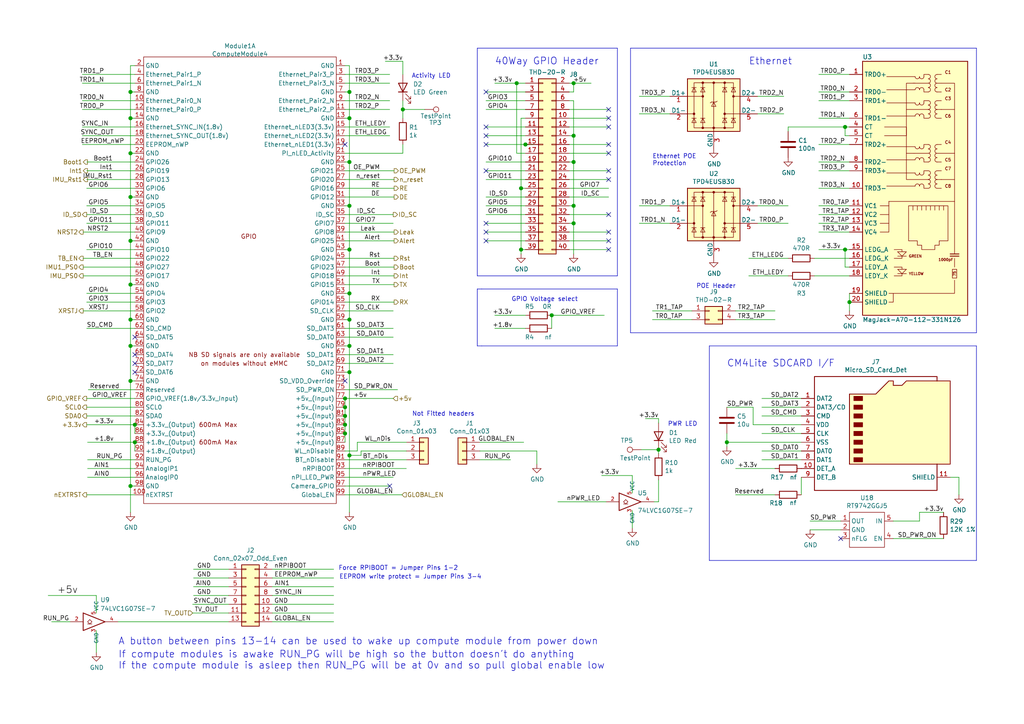
<source format=kicad_sch>
(kicad_sch (version 20231120) (generator "eeschema") (generator_version "8.0")
  (paper "A4")
  (title_block (title "Compute Module 4 IO Board - GPIO - Ethernet") (rev "1") (company "© 2020-2022 Raspberry Pi Ltd (formerly Raspberry Pi (Trading) Ltd.)") (comment 1 "www.raspberrypi.com"))
  (junction (at 37.846 92.71) (diameter 1.016))
  (junction (at 101.346 132.08) (diameter 1.016))
  (junction (at 166.37 39.37) (diameter 1.016))
  (junction (at 101.346 59.69) (diameter 1.016))
  (junction (at 151.13 54.61) (diameter 1.016))
  (junction (at 166.37 24.13) (diameter 1.016))
  (junction (at 101.346 46.99) (diameter 1.016))
  (junction (at 160.02 91.44) (diameter 1.016))
  (junction (at 101.346 72.39) (diameter 1.016))
  (junction (at 246.38 87.63) (diameter 1.016))
  (junction (at 101.346 26.67) (diameter 1.016))
  (junction (at 245.11 36.83) (diameter 1.016))
  (junction (at 151.13 72.39) (diameter 1.016))
  (junction (at 100.076 125.73) (diameter 1.016))
  (junction (at 101.346 85.09) (diameter 1.016))
  (junction (at 166.37 64.77) (diameter 1.016))
  (junction (at 37.846 69.85) (diameter 1.016))
  (junction (at 37.846 26.67) (diameter 1.016))
  (junction (at 100.076 120.65) (diameter 1.016))
  (junction (at 245.11 72.39) (diameter 1.016))
  (junction (at 37.846 100.33) (diameter 1.016))
  (junction (at 37.846 44.45) (diameter 1.016))
  (junction (at 39.116 123.19) (diameter 1.016))
  (junction (at 116.84 31.75) (diameter 1.016))
  (junction (at 101.346 107.95) (diameter 1.016))
  (junction (at 101.346 34.29) (diameter 1.016))
  (junction (at 149.86 24.13) (diameter 1.016))
  (junction (at 166.37 46.99) (diameter 1.016))
  (junction (at 191.008 130.429) (diameter 1.016))
  (junction (at 210.82 128.27) (diameter 1.016))
  (junction (at 101.346 92.71) (diameter 1.016))
  (junction (at 100.076 115.57) (diameter 1.016))
  (junction (at 100.076 123.19) (diameter 1.016))
  (junction (at 101.346 100.33) (diameter 1.016))
  (junction (at 37.846 82.55) (diameter 1.016))
  (junction (at 166.37 59.69) (diameter 1.016))
  (junction (at 39.116 128.27) (diameter 1.016))
  (junction (at 37.846 110.49) (diameter 1.016))
  (junction (at 37.846 34.29) (diameter 1.016))
  (junction (at 37.846 57.15) (diameter 1.016))
  (junction (at 37.846 140.97) (diameter 1.016))
  (junction (at 152.4 41.91) (diameter 1.016))
  (junction (at 100.076 118.11) (diameter 1.016))
  (no_connect (at 140.97 67.31))
  (no_connect (at 113.03 140.97))
  (no_connect (at 176.53 67.31))
  (no_connect (at 176.53 49.53))
  (no_connect (at 140.97 39.37))
  (no_connect (at 243.84 156.21))
  (no_connect (at 176.53 62.23))
  (no_connect (at 176.53 72.39))
  (no_connect (at 176.53 41.91))
  (no_connect (at 100.076 110.49))
  (no_connect (at 140.97 69.85))
  (no_connect (at 140.97 49.53))
  (no_connect (at 176.53 31.75))
  (no_connect (at 140.97 26.67))
  (no_connect (at 140.97 41.91))
  (no_connect (at 140.97 64.77))
  (no_connect (at 39.116 97.79))
  (no_connect (at 176.53 34.29))
  (no_connect (at 176.53 36.83))
  (no_connect (at 176.53 52.07))
  (no_connect (at 100.076 41.91))
  (no_connect (at 176.53 69.85))
  (no_connect (at 140.97 36.83))
  (no_connect (at 39.116 107.95))
  (no_connect (at 176.53 44.45))
  (no_connect (at 39.116 105.41))
  (no_connect (at 39.116 102.87))
  (wire (pts (xy 25.146 118.11) (xy 39.116 118.11)))
  (wire (pts (xy 23.876 36.83) (xy 39.116 36.83)))
  (wire (pts (xy 37.846 57.15) (xy 39.116 57.15)))
  (wire (pts (xy 78.994 175.26) (xy 96.774 175.26)))
  (wire (pts (xy 166.37 64.77) (xy 166.37 73.66)))
  (wire (pts (xy 100.076 44.45) (xy 116.84 44.45)))
  (wire (pts (xy 140.97 39.37) (xy 152.4 39.37)))
  (wire (pts (xy 237.49 21.59) (xy 246.38 21.59)))
  (wire (pts (xy 166.37 29.21) (xy 166.37 39.37)))
  (wire (pts (xy 78.994 170.18) (xy 96.774 170.18)))
  (wire (pts (xy 56.134 167.64) (xy 66.294 167.64)))
  (wire (pts (xy 101.346 132.08) (xy 101.346 148.59)))
  (wire (pts (xy 100.076 21.59) (xy 113.03 21.59)))
  (polyline (pts (xy 179.07 100.33) (xy 139.7 100.33)) (stroke (width 0) (type solid)))
  (wire (pts (xy 237.49 34.29) (xy 246.38 34.29)))
  (wire (pts (xy 245.11 72.39) (xy 246.38 72.39)))
  (wire (pts (xy 101.346 46.99) (xy 101.346 59.69)))
  (wire (pts (xy 37.846 44.45) (xy 37.846 57.15)))
  (polyline (pts (xy 283.21 13.97) (xy 283.21 96.52)) (stroke (width 0) (type solid)))
  (wire (pts (xy 140.97 52.07) (xy 152.4 52.07)))
  (wire (pts (xy 100.076 85.09) (xy 101.346 85.09)))
  (wire (pts (xy 56.134 170.18) (xy 66.294 170.18)))
  (wire (pts (xy 143.51 95.25) (xy 152.4 95.25)))
  (wire (pts (xy 140.97 64.77) (xy 152.4 64.77)))
  (polyline (pts (xy 139.7 83.82) (xy 138.43 83.82)) (stroke (width 0) (type solid)))
  (wire (pts (xy 183.388 137.922) (xy 174.498 137.922)))
  (wire (pts (xy 166.37 64.77) (xy 166.37 59.69)))
  (wire (pts (xy 27.94 172.72) (xy 27.94 177.8)))
  (wire (pts (xy 25.4 138.43) (xy 39.116 138.43)))
  (wire (pts (xy 24.13 90.17) (xy 39.116 90.17)))
  (wire (pts (xy 100.076 80.01) (xy 114.3 80.01)))
  (wire (pts (xy 228.6 38.1) (xy 228.6 36.83)))
  (wire (pts (xy 103.632 128.27) (xy 117.856 128.27)))
  (wire (pts (xy 100.076 34.29) (xy 101.346 34.29)))
  (wire (pts (xy 140.97 31.75) (xy 152.4 31.75)))
  (polyline (pts (xy 205.74 162.56) (xy 205.74 100.33)) (stroke (width 0) (type solid)))
  (wire (pts (xy 139.192 133.35) (xy 148.082 133.35)))
  (wire (pts (xy 25.146 115.57) (xy 39.116 115.57)))
  (wire (pts (xy 100.076 52.07) (xy 114.3 52.07)))
  (wire (pts (xy 140.97 62.23) (xy 152.4 62.23)))
  (wire (pts (xy 101.346 85.09) (xy 101.346 92.71)))
  (wire (pts (xy 166.37 46.99) (xy 165.1 46.99)))
  (wire (pts (xy 37.846 19.05) (xy 37.846 26.67)))
  (wire (pts (xy 100.076 36.83) (xy 113.03 36.83)))
  (wire (pts (xy 25.146 59.69) (xy 39.116 59.69)))
  (wire (pts (xy 100.076 140.97) (xy 113.03 140.97)))
  (wire (pts (xy 166.37 39.37) (xy 165.1 39.37)))
  (wire (pts (xy 100.076 87.63) (xy 114.3 87.63)))
  (wire (pts (xy 56.134 172.72) (xy 66.294 172.72)))
  (wire (pts (xy 100.076 133.35) (xy 117.856 133.35)))
  (wire (pts (xy 78.994 172.72) (xy 96.774 172.72)))
  (wire (pts (xy 37.846 69.85) (xy 39.116 69.85)))
  (wire (pts (xy 100.076 19.05) (xy 101.346 19.05)))
  (wire (pts (xy 140.97 29.21) (xy 152.4 29.21)))
  (wire (pts (xy 25.4 133.35) (xy 39.116 133.35)))
  (wire (pts (xy 100.076 67.31) (xy 114.3 67.31)))
  (wire (pts (xy 100.076 107.95) (xy 101.346 107.95)))
  (wire (pts (xy 236.22 74.93) (xy 246.38 74.93)))
  (wire (pts (xy 23.876 39.37) (xy 39.116 39.37)))
  (wire (pts (xy 237.49 59.69) (xy 246.38 59.69)))
  (polyline (pts (xy 179.07 13.97) (xy 138.43 13.97)) (stroke (width 0) (type solid)))
  (wire (pts (xy 213.36 135.89) (xy 224.79 135.89)))
  (wire (pts (xy 100.076 46.99) (xy 101.346 46.99)))
  (wire (pts (xy 100.076 138.43) (xy 114.046 138.43)))
  (wire (pts (xy 101.346 132.08) (xy 104.7242 132.08)))
  (wire (pts (xy 100.076 26.67) (xy 101.346 26.67)))
  (wire (pts (xy 236.22 80.01) (xy 246.38 80.01)))
  (wire (pts (xy 143.51 24.13) (xy 149.86 24.13)))
  (wire (pts (xy 165.1 24.13) (xy 166.37 24.13)))
  (wire (pts (xy 266.7 148.59) (xy 266.7 151.13)))
  (wire (pts (xy 100.076 24.13) (xy 113.03 24.13)))
  (wire (pts (xy 39.116 19.05) (xy 37.846 19.05)))
  (wire (pts (xy 191.008 121.412) (xy 187.198 121.412)))
  (wire (pts (xy 25.4 128.27) (xy 39.116 128.27)))
  (wire (pts (xy 100.076 120.65) (xy 100.076 123.19)))
  (wire (pts (xy 34.29 180.34) (xy 66.294 180.34)))
  (wire (pts (xy 243.84 151.13) (xy 234.95 151.13)))
  (wire (pts (xy 100.076 82.55) (xy 114.3 82.55)))
  (wire (pts (xy 39.116 128.27) (xy 39.37 128.27)))
  (wire (pts (xy 39.116 140.97) (xy 37.846 140.97)))
  (wire (pts (xy 218.44 123.19) (xy 218.44 118.11)))
  (wire (pts (xy 25.146 46.99) (xy 39.116 46.99)))
  (wire (pts (xy 25.146 120.65) (xy 39.116 120.65)))
  (wire (pts (xy 213.36 90.17) (xy 224.79 90.17)))
  (wire (pts (xy 13.97 172.72) (xy 27.94 172.72)))
  (wire (pts (xy 194.31 64.77) (xy 185.42 64.77)))
  (wire (pts (xy 140.97 49.53) (xy 152.4 49.53)))
  (wire (pts (xy 165.1 36.83) (xy 176.53 36.83)))
  (wire (pts (xy 213.36 92.71) (xy 224.79 92.71)))
  (wire (pts (xy 232.41 138.43) (xy 232.41 143.51)))
  (wire (pts (xy 100.076 115.57) (xy 114.046 115.57)))
  (wire (pts (xy 78.994 180.34) (xy 96.774 180.34)))
  (wire (pts (xy 101.346 92.71) (xy 101.346 100.33)))
  (wire (pts (xy 37.846 82.55) (xy 39.116 82.55)))
  (wire (pts (xy 160.02 91.44) (xy 160.02 95.25)))
  (wire (pts (xy 165.1 29.21) (xy 166.37 29.21)))
  (wire (pts (xy 100.076 62.23) (xy 114.046 62.23)))
  (wire (pts (xy 101.346 72.39) (xy 101.346 85.09)))
  (wire (pts (xy 25.146 54.61) (xy 39.116 54.61)))
  (wire (pts (xy 100.076 69.85) (xy 114.3 69.85)))
  (wire (pts (xy 24.13 74.93) (xy 39.116 74.93)))
  (wire (pts (xy 151.13 34.29) (xy 151.13 54.61)))
  (polyline (pts (xy 179.07 13.97) (xy 179.07 80.01)) (stroke (width 0) (type solid)))
  (wire (pts (xy 191.008 122.682) (xy 191.008 121.412)))
  (wire (pts (xy 237.49 67.31) (xy 246.38 67.31)))
  (wire (pts (xy 37.846 92.71) (xy 39.116 92.71)))
  (wire (pts (xy 151.13 54.61) (xy 152.4 54.61)))
  (wire (pts (xy 56.134 165.1) (xy 66.294 165.1)))
  (wire (pts (xy 100.076 77.47) (xy 114.3 77.47)))
  (polyline (pts (xy 138.43 100.33) (xy 138.43 83.82)) (stroke (width 0) (type solid)))
  (wire (pts (xy 37.846 110.49) (xy 37.846 140.97)))
  (wire (pts (xy 237.49 62.23) (xy 246.38 62.23)))
  (wire (pts (xy 149.86 24.13) (xy 149.86 44.45)))
  (wire (pts (xy 245.11 77.47) (xy 245.11 72.39)))
  (polyline (pts (xy 179.07 83.82) (xy 179.07 100.33)) (stroke (width 0) (type solid)))
  (wire (pts (xy 246.38 85.09) (xy 246.38 87.63)))
  (wire (pts (xy 165.1 31.75) (xy 176.53 31.75)))
  (wire (pts (xy 100.076 125.73) (xy 100.076 128.27)))
  (wire (pts (xy 140.97 67.31) (xy 152.4 67.31)))
  (wire (pts (xy 25.146 62.23) (xy 39.116 62.23)))
  (wire (pts (xy 165.1 67.31) (xy 176.53 67.31)))
  (wire (pts (xy 114.046 90.17) (xy 100.076 90.17)))
  (wire (pts (xy 165.1 69.85) (xy 176.53 69.85)))
  (wire (pts (xy 100.076 59.69) (xy 101.346 59.69)))
  (wire (pts (xy 237.49 64.77) (xy 246.38 64.77)))
  (wire (pts (xy 25.146 52.07) (xy 39.116 52.07)))
  (wire (pts (xy 139.192 130.81) (xy 155.702 130.81)))
  (wire (pts (xy 100.076 118.11) (xy 100.076 120.65)))
  (wire (pts (xy 25.146 95.25) (xy 39.116 95.25)))
  (wire (pts (xy 165.1 54.61) (xy 176.53 54.61)))
  (wire (pts (xy 25.4 135.89) (xy 39.116 135.89)))
  (wire (pts (xy 183.388 148.082) (xy 183.388 153.162)))
  (wire (pts (xy 191.008 139.192) (xy 191.008 145.542)))
  (wire (pts (xy 160.02 91.44) (xy 175.26 91.44)))
  (wire (pts (xy 259.08 156.21) (xy 273.685 156.21)))
  (wire (pts (xy 100.076 29.21) (xy 113.03 29.21)))
  (wire (pts (xy 232.41 133.35) (xy 220.98 133.35)))
  (wire (pts (xy 100.076 123.19) (xy 100.076 125.73)))
  (wire (pts (xy 23.876 41.91) (xy 39.116 41.91)))
  (wire (pts (xy 23.876 21.59) (xy 39.116 21.59)))
  (wire (pts (xy 140.97 36.83) (xy 152.4 36.83)))
  (wire (pts (xy 165.1 49.53) (xy 176.53 49.53)))
  (wire (pts (xy 237.49 26.67) (xy 246.38 26.67)))
  (wire (pts (xy 100.076 31.75) (xy 113.03 31.75)))
  (wire (pts (xy 191.008 130.302) (xy 191.008 130.429)))
  (wire (pts (xy 165.1 57.15) (xy 176.53 57.15)))
  (wire (pts (xy 237.49 72.39) (xy 245.11 72.39)))
  (wire (pts (xy 151.13 54.61) (xy 151.13 72.39)))
  (wire (pts (xy 25.146 85.09) (xy 39.116 85.09)))
  (wire (pts (xy 25.146 49.53) (xy 39.116 49.53)))
  (wire (pts (xy 243.84 153.67) (xy 234.95 153.67)))
  (wire (pts (xy 219.71 59.69) (xy 228.6 59.69)))
  (wire (pts (xy 78.994 167.64) (xy 96.774 167.64)))
  (wire (pts (xy 220.98 115.57) (xy 232.41 115.57)))
  (wire (pts (xy 100.076 39.37) (xy 113.03 39.37)))
  (wire (pts (xy 228.6 36.83) (xy 245.11 36.83)))
  (wire (pts (xy 55.88 177.8) (xy 66.294 177.8)))
  (wire (pts (xy 37.846 100.33) (xy 39.116 100.33)))
  (wire (pts (xy 191.008 145.542) (xy 189.738 145.542)))
  (polyline (pts (xy 283.21 100.33) (xy 283.21 162.56)) (stroke (width 0) (type solid)))
  (wire (pts (xy 185.42 27.94) (xy 194.31 27.94)))
  (wire (pts (xy 166.37 39.37) (xy 166.37 46.99)))
  (wire (pts (xy 25.146 143.51) (xy 39.116 143.51)))
  (wire (pts (xy 165.1 34.29) (xy 176.53 34.29)))
  (wire (pts (xy 100.076 113.03) (xy 115.316 113.03)))
  (wire (pts (xy 278.13 138.43) (xy 278.13 143.51)))
  (wire (pts (xy 140.97 69.85) (xy 152.4 69.85)))
  (wire (pts (xy 78.994 165.1) (xy 96.774 165.1)))
  (wire (pts (xy 165.1 52.07) (xy 176.53 52.07)))
  (wire (pts (xy 100.076 64.77) (xy 114.046 64.77)))
  (wire (pts (xy 100.076 49.53) (xy 114.3 49.53)))
  (wire (pts (xy 140.97 26.67) (xy 152.4 26.67)))
  (wire (pts (xy 140.97 57.15) (xy 152.4 57.15)))
  (wire (pts (xy 213.36 143.51) (xy 224.79 143.51)))
  (wire (pts (xy 101.346 26.67) (xy 101.346 34.29)))
  (polyline (pts (xy 283.21 96.52) (xy 182.88 96.52)) (stroke (width 0) (type solid)))
  (wire (pts (xy 139.192 128.27) (xy 151.892 128.27)))
  (wire (pts (xy 39.116 125.73) (xy 39.116 123.19)))
  (wire (pts (xy 78.994 177.8) (xy 96.774 177.8)))
  (wire (pts (xy 237.49 41.91) (xy 246.38 41.91)))
  (wire (pts (xy 183.388 143.002) (xy 183.388 137.922)))
  (wire (pts (xy 24.13 67.31) (xy 39.116 67.31)))
  (polyline (pts (xy 139.7 83.82) (xy 179.07 83.82)) (stroke (width 0) (type solid)))
  (wire (pts (xy 116.84 31.75) (xy 116.84 29.21)))
  (wire (pts (xy 25.146 64.77) (xy 39.116 64.77)))
  (wire (pts (xy 217.17 80.01) (xy 228.6 80.01)))
  (wire (pts (xy 186.0042 130.429) (xy 191.008 130.429)))
  (wire (pts (xy 100.076 74.93) (xy 114.3 74.93)))
  (wire (pts (xy 273.685 148.59) (xy 266.7 148.59)))
  (wire (pts (xy 39.116 130.81) (xy 39.116 128.27)))
  (wire (pts (xy 101.346 59.69) (xy 101.346 72.39)))
  (wire (pts (xy 166.37 59.69) (xy 166.37 46.99)))
  (polyline (pts (xy 283.21 162.56) (xy 205.74 162.56)) (stroke (width 0) (type solid)))
  (wire (pts (xy 191.008 130.429) (xy 191.008 131.572)))
  (wire (pts (xy 116.84 21.59) (xy 116.84 17.78)))
  (wire (pts (xy 210.82 125.73) (xy 210.82 128.27)))
  (wire (pts (xy 219.71 33.02) (xy 227.33 33.02)))
  (wire (pts (xy 100.076 100.33) (xy 101.346 100.33)))
  (wire (pts (xy 100.076 143.51) (xy 116.586 143.51)))
  (wire (pts (xy 37.846 110.49) (xy 39.116 110.49)))
  (wire (pts (xy 220.98 130.81) (xy 232.41 130.81)))
  (wire (pts (xy 210.82 118.11) (xy 218.44 118.11)))
  (wire (pts (xy 166.37 24.13) (xy 171.45 24.13)))
  (wire (pts (xy 151.13 72.39) (xy 152.4 72.39)))
  (wire (pts (xy 37.846 44.45) (xy 39.116 44.45)))
  (polyline (pts (xy 182.88 96.52) (xy 182.88 13.97)) (stroke (width 0) (type solid)))
  (wire (pts (xy 100.076 115.57) (xy 100.076 118.11)))
  (wire (pts (xy 219.71 27.94) (xy 227.33 27.94)))
  (wire (pts (xy 166.37 26.67) (xy 166.37 24.13)))
  (wire (pts (xy 104.7242 132.08) (xy 104.7242 130.81)))
  (wire (pts (xy 217.17 74.93) (xy 228.6 74.93)))
  (wire (pts (xy 39.116 34.29) (xy 37.846 34.29)))
  (wire (pts (xy 101.346 34.29) (xy 101.346 46.99)))
  (wire (pts (xy 149.86 44.45) (xy 152.4 44.45)))
  (wire (pts (xy 55.88 175.26) (xy 66.294 175.26)))
  (wire (pts (xy 23.876 29.21) (xy 39.116 29.21)))
  (wire (pts (xy 24.13 77.47) (xy 39.116 77.47)))
  (wire (pts (xy 185.42 33.02) (xy 194.31 33.02)))
  (wire (pts (xy 140.97 59.69) (xy 152.4 59.69)))
  (wire (pts (xy 100.076 130.81) (xy 103.632 130.81)))
  (wire (pts (xy 37.846 34.29) (xy 37.846 44.45)))
  (wire (pts (xy 232.41 123.19) (xy 218.44 123.19)))
  (polyline (pts (xy 138.43 100.33) (xy 139.7 100.33)) (stroke (width 0) (type solid)))
  (wire (pts (xy 114.046 102.87) (xy 100.076 102.87)))
  (wire (pts (xy 152.4 34.29) (xy 151.13 34.29)))
  (wire (pts (xy 259.08 151.13) (xy 266.7 151.13)))
  (wire (pts (xy 100.076 57.15) (xy 114.3 57.15)))
  (wire (pts (xy 100.076 92.71) (xy 101.346 92.71)))
  (wire (pts (xy 39.116 26.67) (xy 37.846 26.67)))
  (wire (pts (xy 27.94 182.88) (xy 27.94 189.23)))
  (wire (pts (xy 37.846 82.55) (xy 37.846 92.71)))
  (wire (pts (xy 246.38 87.63) (xy 246.38 90.17)))
  (wire (pts (xy 25.6032 113.03) (xy 39.116 113.03)))
  (wire (pts (xy 165.1 64.77) (xy 166.37 64.77)))
  (polyline (pts (xy 205.74 100.33) (xy 283.21 100.33)) (stroke (width 0) (type solid)))
  (wire (pts (xy 111.76 17.78) (xy 116.84 17.78)))
  (wire (pts (xy 37.846 92.71) (xy 37.846 100.33)))
  (wire (pts (xy 246.38 77.47) (xy 245.11 77.47)))
  (polyline (pts (xy 138.43 80.01) (xy 179.07 80.01)) (stroke (width 0) (type solid)))
  (wire (pts (xy 37.846 100.33) (xy 37.846 110.49)))
  (wire (pts (xy 101.346 19.05) (xy 101.346 26.67)))
  (wire (pts (xy 37.846 140.97) (xy 37.846 148.59)))
  (wire (pts (xy 25.146 123.19) (xy 39.116 123.19)))
  (wire (pts (xy 237.49 54.61) (xy 246.38 54.61)))
  (wire (pts (xy 140.97 46.99) (xy 152.4 46.99)))
  (wire (pts (xy 185.42 59.69) (xy 194.31 59.69)))
  (wire (pts (xy 246.38 39.37) (xy 245.11 39.37)))
  (wire (pts (xy 140.97 41.91) (xy 152.4 41.91)))
  (wire (pts (xy 232.41 118.11) (xy 220.98 118.11)))
  (wire (pts (xy 161.798 145.542) (xy 175.768 145.542)))
  (wire (pts (xy 232.41 125.73) (xy 220.98 125.73)))
  (wire (pts (xy 103.632 130.81) (xy 103.632 128.27)))
  (wire (pts (xy 165.1 62.23) (xy 176.53 62.23)))
  (wire (pts (xy 245.11 39.37) (xy 245.11 36.83)))
  (wire (pts (xy 37.846 57.15) (xy 37.846 69.85)))
  (wire (pts (xy 275.59 138.43) (xy 278.13 138.43)))
  (wire (pts (xy 154.94 41.91) (xy 152.4 41.91)))
  (wire (pts (xy 165.1 59.69) (xy 166.37 59.69)))
  (wire (pts (xy 24.13 80.01) (xy 39.116 80.01)))
  (wire (pts (xy 100.076 97.79) (xy 114.046 97.79)))
  (wire (pts (xy 101.346 100.33) (xy 101.346 107.95)))
  (wire (pts (xy 155.702 130.81) (xy 155.702 134.62)))
  (wire (pts (xy 100.076 105.41) (xy 114.046 105.41)))
  (wire (pts (xy 165.1 41.91) (xy 176.53 41.91)))
  (wire (pts (xy 210.82 128.27) (xy 210.82 129.54)))
  (wire (pts (xy 23.876 24.13) (xy 39.116 24.13)))
  (wire (pts (xy 25.146 87.63) (xy 39.116 87.63)))
  (wire (pts (xy 114.046 95.25) (xy 100.076 95.25)))
  (wire (pts (xy 165.1 26.67) (xy 166.37 26.67)))
  (wire (pts (xy 143.51 91.44) (xy 152.4 91.44)))
  (wire (pts (xy 14.986 180.34) (xy 20.32 180.34)))
  (wire (pts (xy 189.23 90.17) (xy 200.66 90.17)))
  (wire (pts (xy 237.49 49.53) (xy 246.38 49.53)))
  (wire (pts (xy 100.076 135.89) (xy 117.856 135.89)))
  (wire (pts (xy 246.38 36.83) (xy 245.11 36.83)))
  (wire (pts (xy 123.19 31.75) (xy 116.84 31.75)))
  (wire (pts (xy 116.84 34.29) (xy 116.84 31.75)))
  (wire (pts (xy 151.13 72.39) (xy 151.13 73.66)))
  (wire (pts (xy 100.076 54.61) (xy 114.3 54.61)))
  (wire (pts (xy 220.98 120.65) (xy 232.41 120.65)))
  (wire (pts (xy 25.146 72.39) (xy 39.116 72.39)))
  (wire (pts (xy 210.82 128.27) (xy 232.41 128.27)))
  (wire (pts (xy 116.84 44.45) (xy 116.84 41.91)))
  (wire (pts (xy 165.1 44.45) (xy 176.53 44.45)))
  (polyline (pts (xy 138.43 13.97) (xy 138.43 80.01)) (stroke (width 0) (type solid)))
  (wire (pts (xy 101.346 107.95) (xy 101.346 132.08)))
  (wire (pts (xy 237.49 46.99) (xy 246.38 46.99)))
  (wire (pts (xy 219.71 64.77) (xy 228.6 64.77)))
  (wire (pts (xy 189.23 92.71) (xy 200.66 92.71)))
  (wire (pts (xy 104.7242 130.81) (xy 117.856 130.81)))
  (wire (pts (xy 23.876 31.75) (xy 39.116 31.75)))
  (wire (pts (xy 152.4 24.13) (xy 149.86 24.13)))
  (wire (pts (xy 37.846 69.85) (xy 37.846 82.55)))
  (wire (pts (xy 100.076 72.39) (xy 101.346 72.39)))
  (polyline (pts (xy 182.88 13.97) (xy 283.21 13.97)) (stroke (width 0) (type solid)))
  (wire (pts (xy 165.1 72.39) (xy 176.53 72.39)))
  (wire (pts (xy 237.49 29.21) (xy 246.38 29.21)))
  (wire (pts (xy 37.846 26.67) (xy 37.846 34.29)))
  (text "PWR LED" (at 193.675 123.825 0) (effects (font (size 1.27 1.27)) (justify left bottom)))
  (text "Ethernet POE\nProtection" (at 189.23 48.26 0) (effects (font (size 1.27 1.27)) (justify left bottom)))
  (text "40Way GPIO Header" (at 143.51 19.05 0) (effects (font (size 2.007 2.007)) (justify left bottom)))
  (text "CM4Lite SDCARD I/F" (at 210.82 106.68 0) (effects (font (size 2.007 2.007)) (justify left bottom)))
  (text "GPIO Voltage select\n" (at 167.64 87.63 0) (effects (font (size 1.27 1.27)) (justify right bottom)))
  (text "Ethernet" (at 217.17 19.05 0) (effects (font (size 2.0066 2.0066)) (justify left bottom)))
  (text "Activity LED" (at 119.38 22.86 0) (effects (font (size 1.27 1.27)) (justify left bottom)))
  (text "EEPROM write protect = Jumper Pins 3-4\n\n" (at 139.7 170.18 0) (effects (font (size 1.27 1.27)) (justify right bottom)))
  (text "Not Fitted headers" (at 137.668 120.904 0) (effects (font (size 1.27 1.27)) (justify right bottom)))
  (text "A button between pins 13-14 can be used to wake up compute module from power down\n\n" (at 34.29 190.5 0) (effects (font (size 2.007 2.007)) (justify left bottom)))
  (text "If compute modules is awake RUN_PG will be high so the button doesn't do anything\nIf the compute module is asleep then RUN_PG will be at 0v and so pull global enable low" (at 34.29 194.31 0) (effects (font (size 2.007 2.007)) (justify left bottom)))
  (text "Force RPIBOOT = Jumper Pins 1-2 \n" (at 133.858 165.608 0) (effects (font (size 1.27 1.27)) (justify right bottom)))
  (text "POE Header" (at 201.93 83.82 0) (effects (font (size 1.27 1.27)) (justify left bottom)))
  (label "TRD1_N" (at 193.04 64.77 180))
  (label "TRD2_P" (at 245.11 41.91 180))
  (label "DE" (at 110.236 57.15 180))
  (label "TRD2_N" (at 245.11 46.99 180))
  (label "ID_SD" (at 147.32 57.15 180))
  (label "Boot" (at 110.236 77.47 180))
  (label "TR2_TAP" (at 246.38 64.77 180))
  (label "SD_PWR_ON" (at 102.616 113.03 0))
  (label "ID_SC" (at 108.966 62.23 180))
  (label "TRD1_P" (at 245.11 29.21 180))
  (label "RX" (at 110.236 87.63 180))
  (label "TRD1_P" (at 30.226 21.59 180))
  (label "Reserved" (at 34.671 113.03 180))
  (label "SD_DAT3" (at 223.52 118.11 0))
  (label "SD_DAT3" (at 111.506 95.25 180))
  (label "+3.3v" (at 148.59 91.44 180))
  (label "SD_DAT0" (at 223.52 130.81 0))
  (label "SD_PWR" (at 234.95 151.13 0))
  (label "GPIO11" (at 148.59 52.07 180))
  (label "TR0_TAP" (at 198.0184 92.71 180))
  (label "nPWR_LED" (at 105.156 138.43 0))
  (label "GND" (at 83.566 175.26 180))
  (label "GPIO3" (at 147.32 29.21 180))
  (label "SD_PWR" (at 210.82 118.11 0))
  (label "+5v" (at 16.51 172.72 0) (effects (font (size 2.0066 2.0066))))
  (label "SD_DAT0" (at 111.506 97.79 180))
  (label "GPIO7" (at 173.99 54.61 180))
  (label "n_reset" (at 110.236 52.07 180))
  (label "SD_DAT1" (at 223.52 133.35 0))
  (label "BT_nDis" (at 112.6236 133.35 180))
  (label "SD_DAT2" (at 111.506 105.41 180))
  (label "EEPROM_nWP" (at 36.068 41.91 180))
  (label "TRD0_N" (at 227.33 59.69 180))
  (label "Leak" (at 108.966 67.31 180))
  (label "AIN0" (at 61.214 170.18 180))
  (label "Boot1" (at 32.766 46.99 180))
  (label "+3.3v" (at 219.71 135.89 180))
  (label "GPIO5" (at 147.32 59.69 180))
  (label "SYNC_IN" (at 31.496 36.83 180))
  (label "TRD3_N" (at 193.04 33.02 180))
  (label "SD_PWR_ON" (at 260.35 156.21 0))
  (label "TR1_TAP" (at 198.12 90.17 180))
  (label "Int" (at 110.236 80.01 180))
  (label "TX" (at 110.236 82.55 180))
  (label "TRD2_P" (at 102.87 31.75 0))
  (label "Alert" (at 110.236 69.85 180))
  (label "nRPIBOOT" (at 114.5032 135.89 180))
  (label "GPIO_VREF" (at 26.67 115.57 0))
  (label "GPIO6" (at 147.32 62.23 180))
  (label "GPIO6" (at 31.496 54.61 180))
  (label "TRD3_N" (at 102.87 24.13 0))
  (label "TR0_TAP" (at 246.38 59.69 180))
  (label "TRD0_P" (at 227.33 64.77 180))
  (label "AIN1" (at 84.074 170.18 180))
  (label "IMU_Rst1" (at 32.766 52.07 180))
  (label "TRD2_N" (at 227.33 27.94 180))
  (label "GPIO_VREF" (at 162.56 91.44 0))
  (label "TRD0_P" (at 245.11 21.59 180))
  (label "TRD2_P" (at 227.33 33.02 180))
  (label "ETH_LEDG" (at 227.33 74.93 180))
  (label "+3.3v" (at 191.008 121.412 180))
  (label "RE" (at 110.236 54.61 180))
  (label "AIN1" (at 31.75 135.89 180))
  (label "TRD3_N" (at 245.11 54.61 180))
  (label "SYNC_IN" (at 87.63 172.72 180))
  (label "TRD0_N" (at 30.226 29.21 180))
  (label "SD_CMD" (at 32.766 95.25 180))
  (label "GND" (at 61.214 165.1 180))
  (label "+5v" (at 170.18 24.13 180))
  (label "RUN_PG" (at 148.082 133.35 180))
  (label "TB_EN" (at 32.766 74.93 180))
  (label "SD_CLK" (at 223.52 125.73 0))
  (label "TRD1_N" (at 245.11 34.29 180))
  (label "Int1" (at 32.766 49.53 180))
  (label "+3.3v" (at 148.59 24.13 180))
  (label "GPIO4" (at 31.496 85.09 180))
  (label "TR2_TAP" (at 221.9198 90.17 180))
  (label "nPWR_LED" (at 164.338 145.542 0))
  (label "GPIO5" (at 31.496 59.69 180))
  (label "+3.3v" (at 33.02 123.19 180))
  (label "GPIO10" (at 148.59 46.99 180))
  (label "+5v" (at 106.426 115.57 180))
  (label "SYNC_OUT" (at 33.02 39.37 180))
  (label "GND" (at 61.214 167.64 180))
  (label "EEPROM_nWP" (at 92.202 167.64 180))
  (label "SYNC_OUT" (at 65.786 175.26 180))
  (label "GLOBAL_EN" (at 114.046 143.51 180))
  (label "+3.3v" (at 273.685 148.59 180))
  (label "GLOBAL_EN" (at 90.17 180.34 180))
  (label "GLOBAL_EN" (at 149.352 128.27 180))
  (label "GPIO11" (at 32.766 64.77 180))
  (label "+1.8v" (at 33.02 128.27 180))
  (label "GND" (at 61.214 172.72 180))
  (label "TV_OUT" (at 63.246 177.8 180))
  (label "RUN_PG" (at 35.56 133.35 180))
  (label "TRD3_P" (at 245.11 49.53 180))
  (label "TRD3_P" (at 102.87 21.59 0))
  (label "GPIO7" (at 108.966 64.77 180))
  (label "SD_DAT1" (at 111.506 102.87 180))
  (label "ID_SC" (at 173.99 57.15 180))
  (label "TRD1_N" (at 30.226 24.13 180))
  (label "ETH_LEDG" (at 102.87 39.37 0))
  (label "TR1_TAP" (at 246.38 62.23 180))
  (label "+3.3v" (at 116.84 17.78 180))
  (label "ETH_LEDY" (at 102.87 36.83 0))
  (label "+3.3v" (at 243.84 72.39 180))
  (label "GND" (at 83.566 177.8 180))
  (label "GPIO3" (at 31.496 87.63 180))
  (label "XRSTJ" (at 31.496 90.17 180))
  (label "WL_nDis" (at 113.411 128.27 180))
  (label "ID_SD" (at 31.496 62.23 180))
  (label "TRD2_N" (at 102.87 29.21 0))
  (label "NRST2" (at 31.496 67.31 180))
  (label "TR3_TAP" (at 221.8944 92.71 180))
  (label "nRPIBOOT" (at 88.9 165.1 180))
  (label "+3.3v" (at 179.578 137.922 180))
  (label "TRD3_P" (at 193.04 27.94 180))
  (label "SD_CLK" (at 110.236 90.17 180))
  (label "Rst" (at 110.236 74.93 180))
  (label "+1.8v" (at 148.59 95.25 180))
  (label "SD_CMD" (at 223.52 120.65 0))
  (label "GPIO4" (at 147.32 31.75 180))
  (label "RUN_PG" (at 20.066 180.34 180))
  (label "TRD1_P" (at 193.04 59.69 180))
  (label "TRD0_N" (at 245.11 26.67 180))
  (label "GPIO10" (at 32.766 72.39 180))
  (label "OE_PWM" (at 110.236 49.53 180))
  (label "TRD0_P" (at 30.226 31.75 180))
  (label "ETH_LEDY" (at 227.33 80.01 180))
  (label "AIN0" (at 31.75 138.43 180))
  (label "SD_DAT2" (at 223.52 115.57 0))
  (label "Reserved" (at 221.615 143.51 180))
  (label "TR3_TAP" (at 246.38 67.31 180))
  (hierarchical_label "+5v" (shape input) (at 114.046 115.57 0))
  (hierarchical_label "GLOBAL_EN" (shape input) (at 116.586 143.51 0))
  (hierarchical_label "NRST2" (shape output) (at 24.13 67.31 180))
  (hierarchical_label "ID_SC" (shape output) (at 114.046 62.23 0))
  (hierarchical_label "RE" (shape output) (at 114.3 54.61 0))
  (hierarchical_label "Leak" (shape output) (at 114.3 67.31 0))
  (hierarchical_label "OE_PWM" (shape output) (at 114.3 49.53 0))
  (hierarchical_label "IMU1_PS0" (shape output) (at 24.13 77.47 180))
  (hierarchical_label "XRSTJ" (shape output) (at 24.13 90.17 180))
  (hierarchical_label "TX" (shape output) (at 114.3 82.55 0))
  (hierarchical_label "n_reset" (shape output) (at 114.3 52.07 0))
  (hierarchical_label "RX" (shape output) (at 114.3 87.63 0))
  (hierarchical_label "Int" (shape output) (at 114.3 80.01 0))
  (hierarchical_label "TB_EN" (shape output) (at 24.13 74.93 180))
  (hierarchical_label "Rst" (shape output) (at 114.3 74.93 0))
  (hierarchical_label "TV_OUT" (shape input) (at 55.88 177.8 180))
  (hierarchical_label "IMU_PS0" (shape output) (at 24.13 80.01 180))
  (hierarchical_label "Int1" (shape output) (at 25.4 49.53 180))
  (hierarchical_label "SCL0" (shape output) (at 25.146 118.11 180))
  (hierarchical_label "ID_SD" (shape output) (at 25.146 62.23 180))
  (hierarchical_label "GPIO_VREF" (shape output) (at 25.146 115.57 180))
  (hierarchical_label "SDA0" (shape output) (at 25.146 120.65 180))
  (hierarchical_label "Boot" (shape output) (at 114.3 77.47 0))
  (hierarchical_label "Alert" (shape output) (at 114.3 69.85 0))
  (hierarchical_label "nEXTRST" (shape output) (at 25.146 143.51 180))
  (hierarchical_label "Boot1" (shape output) (at 25.4 46.99 180))
  (hierarchical_label "IMU_Rst1" (shape output) (at 25.4 52.07 180))
  (hierarchical_label "DE" (shape output) (at 114.3 57.15 0))
  (hierarchical_label "+3.3v" (shape output) (at 25.146 123.19 180))
  (symbol (lib_id "CM4IO:74LVC1G07_copy") (at 183.388 145.542 0) (unit 1)
    (property "Reference" "U5" (at 184.912 143.002 0) (effects (justify left)))
    (property "Value" "74LVC1G07SE-7" (at 184.912 148.082 0) (effects (justify left)))
    (property "Footprint" "Package_TO_SOT_SMD:SOT-353_SC-70-5" (effects (hide yes)))
    (property "Datasheet" "https://www.diodes.com/assets/Datasheets/74LVC1G07.pdf" (effects (hide yes)))
    (property "Field4" "Farnell" (effects (hide yes)))
    (property "Field5" "2425492" (effects (hide yes)))
    (property "Field6" "74LVC1G07SE-7" (effects (hide yes)))
    (property "Field7" "Diodes" (effects (hide yes)))
    (property "Part Description" "Buffer, Non-Inverting 1 Element 1 Bit per Element Open Drain Output SOT-353" (effects (hide yes)))
  )
  (symbol (lib_id "CM4IO:74LVC1G07_copy") (at 27.94 180.34 0) (unit 1)
    (property "Reference" "U9" (at 30.48 173.99 0))
    (property "Value" "74LVC1G07SE-7" (at 37.084 176.53 0))
    (property "Footprint" "Package_TO_SOT_SMD:SOT-353_SC-70-5" (effects (hide yes)))
    (property "Datasheet" "https://www.diodes.com/assets/Datasheets/74LVC1G07.pdf" (effects (hide yes)))
    (property "Field4" "Farnell" (effects (hide yes)))
    (property "Field5" "2425492" (effects (hide yes)))
    (property "Field6" "74LVC1G07SE-7" (effects (hide yes)))
    (property "Field7" "Diodes" (effects (hide yes)))
    (property "Part Description" "Buffer, Non-Inverting 1 Element 1 Bit per Element Open Drain Output SOT-353" (effects (hide yes)))
  )
  (symbol (lib_id "power:GND") (at 27.94 189.23 0) (unit 1)
    (property "Reference" "#PWR027" (effects (hide yes)))
    (property "Value" "GND" (at 28.067 193.6242 0))
  )
  (symbol (lib_id "CM4IO:RT9742GGJ5") (at 252.73 161.29 0) (unit 1)
    (property "Reference" "U18" (at 251.46 144.399 0))
    (property "Value" "RT9742GGJ5" (at 251.46 146.7104 0))
    (property "Footprint" "Package_TO_SOT_SMD:SOT-23-5" (effects (hide yes)))
    (property "Datasheet" "https://www.richtek.com/assets/product_file/RT9742/DS9742-00.pdf" (effects (hide yes)))
    (property "Field4" "Farnell" (effects (hide yes)))
    (property "Field5" "	2545875" (effects (hide yes)))
    (property "Field6" "RT9742GGJ5" (effects (hide yes)))
    (property "Field7" "RichTek" (effects (hide yes)))
    (property "Field8" "USWI00166" (effects (hide yes)))
    (property "Part Description" "	Power Switch/Driver 1:1 N-Channel 1A TSOT-23-5" (effects (hide yes)))
  )
  (symbol (lib_id "power:GND") (at 234.95 153.67 0) (unit 1)
    (property "Reference" "#PWR0113" (effects (hide yes)))
    (property "Value" "GND" (at 235.077 158.0642 0))
  )
  (symbol (lib_id "CM4IO:ComputeModule4-CM4") (at 72.136 74.93 0) (unit 1)
    (property "Reference" "Module1" (at 69.596 13.335 0))
    (property "Value" "ComputeModule4" (at 69.596 15.6464 0))
    (property "Footprint" "CM4IO:Raspberry-Pi-4-Compute-Module" (effects (hide yes)))
    (property "Field4" "Hirose" (effects (hide yes)))
    (property "Field5" "2off DF40C-100DS-0.4V" (effects (hide yes)))
    (property "Field6" "2off DF40C-100DS-0.4V" (effects (hide yes)))
    (property "Field7" "Hirose" (effects (hide yes)))
    (property "Part Description" "	100 Position Connector Receptacle, Center Strip Contacts Surface Mount Gold" (effects (hide yes)))
  )
  (symbol (lib_id "CM4IO:MagJack-A70-112-331N126") (at 267.97 92.71 0) (unit 1)
    (property "Reference" "U3" (at 250.19 16.51 0) (effects (justify left)))
    (property "Value" "MagJack-A70-112-331N126" (at 250.19 92.71 0) (effects (justify left)))
    (property "Footprint" "CM4IO:TRJG0926HENL" (effects (hide yes)))
    (property "Datasheet" "https://p.globalsources.com/IMAGES/PDT/SPEC/690/K1160305690.pdf" (effects (hide yes)))
    (property "Field6" "TRJG0926HENL" (effects (hide yes)))
    (property "Field7" "Trxcon" (effects (hide yes)))
    (property "Field8" "UCON00900" (effects (hide yes)))
    (property "Part Description" "Gigabit Ethernet Magjack" (effects (hide yes)))
  )
  (symbol (lib_id "Device:C") (at 228.6 41.91 0) (unit 1)
    (property "Reference" "C1" (at 231.521 40.7416 0) (effects (justify left)))
    (property "Value" "100n" (at 231.521 43.053 0) (effects (justify left)))
    (property "Footprint" "Capacitor_SMD:C_0402_1005Metric" (effects (hide yes)))
    (property "Datasheet" "https://search.murata.co.jp/Ceramy/image/img/A01X/G101/ENG/GRM155R71C104KA88-01.pdf" (effects (hide yes)))
    (property "Field4" "Farnell" (effects (hide yes)))
    (property "Field5" "2611911" (effects (hide yes)))
    (property "Field6" "RM EMK105 B7104KV-F" (effects (hide yes)))
    (property "Field7" "TAIYO YUDEN EUROPE GMBH" (effects (hide yes)))
    (property "Part Description" "	0.1uF 10% 16V Ceramic Capacitor X7R 0402 (1005 Metric)" (effects (hide yes)))
    (property "Field8" "110091611" (effects (hide yes)))
  )
  (symbol (lib_id "power:GND") (at 228.6 45.72 0) (unit 1)
    (property "Reference" "#PWR0101" (effects (hide yes)))
    (property "Value" "GND" (at 228.727 50.1142 0))
  )
  (symbol (lib_id "Connector_Generic:Conn_02x02_Odd_Even") (at 205.74 90.17 0) (unit 1)
    (property "Reference" "J9" (at 207.01 84.6582 0))
    (property "Value" "THD-02-R" (at 207.01 86.9696 0))
    (property "Footprint" "Connector_PinHeader_2.54mm:PinHeader_2x02_P2.54mm_Vertical" (effects (hide yes)))
    (property "Datasheet" "https://www.toby.co.uk/uploads/publications/1673.pdf" (effects (hide yes)))
    (property "Field4" "Toby" (effects (hide yes)))
    (property "Field5" "THD-02-R" (effects (hide yes)))
    (property "Field6" "151-604-425-761" (effects (hide yes)))
    (property "Field7" "EDAC" (effects (hide yes)))
    (property "Field8" "UCON00791" (effects (hide yes)))
    (property "Part Description" "PinHeader_2x02_P2.54mm_Vertical" (effects (hide yes)))
  )
  (symbol (lib_id "Connector_Generic:Conn_02x20_Odd_Even") (at 157.48 46.99 0) (unit 1)
    (property "Reference" "J8" (at 166.37 21.59 0))
    (property "Value" "THD-20-R" (at 158.75 20.9296 0))
    (property "Footprint" "Connector_PinHeader_2.54mm:PinHeader_2x20_P2.54mm_Vertical" (effects (hide yes)))
    (property "Datasheet" "https://www.toby.co.uk/uploads/publications/1673.pdf" (effects (hide yes)))
    (property "Field4" "Toby" (effects (hide yes)))
    (property "Field5" "THD-20-R" (effects (hide yes)))
    (property "Field6" "THD-20-R" (effects (hide yes)))
    (property "Field7" "Toby" (effects (hide yes)))
    (property "Field8" "UCON00511" (effects (hide yes)))
    (property "Part Description" "PinHeader_2x20_P2.54mm_Vertical" (effects (hide yes)))
  )
  (symbol (lib_id "Device:C") (at 210.82 121.92 0) (unit 1)
    (property "Reference" "C5" (at 213.741 120.7516 0) (effects (justify left)))
    (property "Value" "10u" (at 213.741 123.063 0) (effects (justify left)))
    (property "Footprint" "Capacitor_SMD:C_0805_2012Metric" (effects (hide yes)))
    (property "Datasheet" "https://search.murata.co.jp/Ceramy/image/img/A01X/G101/ENG/GRM21BR71A106KA73-01.pdf" (effects (hide yes)))
    (property "Field5" "490-14381-1-ND" (effects (hide yes)))
    (property "Field4" "Digikey" (effects (hide yes)))
    (property "Field6" "GRM21BR71A106KA73L" (effects (hide yes)))
    (property "Field7" "Murata" (effects (hide yes)))
    (property "Part Description" "	10uF 10% 10V Ceramic Capacitor X7R 0805 (2012 Metric)" (effects (hide yes)))
    (property "Field8" "111893011" (effects (hide yes)))
  )
  (symbol (lib_id "power:GND") (at 166.37 73.66 0) (unit 1)
    (property "Reference" "#PWR0102" (effects (hide yes)))
    (property "Value" "GND" (at 166.497 78.0542 0))
  )
  (symbol (lib_id "power:GND") (at 151.13 73.66 0) (unit 1)
    (property "Reference" "#PWR0103" (effects (hide yes)))
    (property "Value" "GND" (at 151.257 78.0542 0))
  )
  (symbol (lib_id "Device:R") (at 232.41 74.93 270) (unit 1)
    (property "Reference" "R2" (at 232.41 69.6722 90))
    (property "Value" "470R" (at 232.41 71.9836 90))
    (property "Footprint" "Resistor_SMD:R_0402_1005Metric" (effects (hide yes)))
    (property "Datasheet" "https://fscdn.rohm.com/en/products/databook/datasheet/passive/resistor/chip_resistor/mcr-e.pdf" (effects (hide yes)))
    (property "Field4" "Farnell" (effects (hide yes)))
    (property "Field5" "9239197" (effects (hide yes)))
    (property "Field7" "KOA EUROPE GMBH" (effects (hide yes)))
    (property "Field6" "RK73G1ETQTP4700D         " (effects (hide yes)))
    (property "Field8" "120887981" (effects (hide yes)))
    (property "Part Description" "Resistor 470R M1005 1% 63mW" (effects (hide yes)))
  )
  (symbol (lib_id "Device:R") (at 232.41 80.01 270) (unit 1)
    (property "Reference" "R3" (at 232.41 85.09 90))
    (property "Value" "470R" (at 232.41 82.55 90))
    (property "Footprint" "Resistor_SMD:R_0402_1005Metric" (effects (hide yes)))
    (property "Datasheet" "https://fscdn.rohm.com/en/products/databook/datasheet/passive/resistor/chip_resistor/mcr-e.pdf" (effects (hide yes)))
    (property "Field4" "Farnell" (effects (hide yes)))
    (property "Field5" "9239197" (effects (hide yes)))
    (property "Field7" "KOA EUROPE GMBH" (effects (hide yes)))
    (property "Field6" "RK73G1ETQTP4700D         " (effects (hide yes)))
    (property "Field8" "120887981" (effects (hide yes)))
    (property "Part Description" "Resistor 470R M1005 1% 63mW" (effects (hide yes)))
  )
  (symbol (lib_id "power:GND") (at 37.846 148.59 0) (unit 1)
    (property "Reference" "#PWR0104" (effects (hide yes)))
    (property "Value" "GND" (at 37.973 152.9842 0))
  )
  (symbol (lib_id "power:GND") (at 101.346 148.59 0) (unit 1)
    (property "Reference" "#PWR0105" (effects (hide yes)))
    (property "Value" "GND" (at 101.473 152.9842 0))
  )
  (symbol (lib_id "Device:LED") (at 116.84 25.4 90) (unit 1)
    (property "Reference" "D2" (at 119.8118 24.4094 90) (effects (justify right)))
    (property "Value" "LED Green" (at 119.8118 26.7208 90) (effects (justify right)))
    (property "Footprint" "LED_SMD:LED_0603_1608Metric" (effects (hide yes)))
    (property "Datasheet" "http://optoelectronics.liteon.com/upload/download/DS22-2000-226/LTST-S270KGKT.pdf" (effects (hide yes)))
    (property "Field4" "Digikey " (effects (hide yes)))
    (property "Field5" "LTST-S270KGKT" (effects (hide yes)))
    (property "Field6" "SML-A12M8TT86N" (effects (hide yes)))
    (property "Field7" "Rohm" (effects (hide yes)))
    (property "Field8" "650263301" (effects (hide yes)))
    (property "Part Description" "	Green 572nm LED Indication - Discrete 2.2V 2-SMD, No Lead" (effects (hide yes)))
  )
  (symbol (lib_id "Device:R") (at 116.84 38.1 0) (unit 1)
    (property "Reference" "R1" (at 118.618 36.9316 0) (effects (justify left)))
    (property "Value" "1k" (at 118.618 39.243 0) (effects (justify left)))
    (property "Footprint" "Resistor_SMD:R_0402_1005Metric" (effects (hide yes)))
    (property "Datasheet" "https://fscdn.rohm.com/en/products/databook/datasheet/passive/resistor/chip_resistor/mcr-e.pdf" (effects (hide yes)))
    (property "Field4" "Farnell" (effects (hide yes)))
    (property "Field5" "9239235" (effects (hide yes)))
    (property "Field7" "KOA EUROPE GMBH" (effects (hide yes)))
    (property "Field6" "RK73H1ETTP1001F" (effects (hide yes)))
    (property "Part Description" "Resistor 1K M1005 1% 63mW" (effects (hide yes)))
    (property "Field8" "125049511" (effects (hide yes)))
  )
  (symbol (lib_id "power:GND") (at 183.388 153.162 0) (unit 1)
    (property "Reference" "#PWR05" (effects (hide yes)))
    (property "Value" "GND" (at 183.515 157.5562 0))
  )
  (symbol (lib_id "Device:LED") (at 191.008 126.492 90) (unit 1)
    (property "Reference" "D1" (at 193.9798 125.5014 90) (effects (justify right)))
    (property "Value" "LED Red" (at 193.9798 127.8128 90) (effects (justify right)))
    (property "Footprint" "LED_SMD:LED_0603_1608Metric" (effects (hide yes)))
    (property "Datasheet" "http://optoelectronics.liteon.com/upload/download/DS22-2000-210/LTST-S270KRKT.pdf" (effects (hide yes)))
    (property "Field4" "Digikey " (effects (hide yes)))
    (property "Field5" "	LTST-S270KRKT" (effects (hide yes)))
    (property "Field6" "SML-A12U8TT86Q" (effects (hide yes)))
    (property "Field7" "Rohm" (effects (hide yes)))
    (property "Field8" "650295101" (effects (hide yes)))
    (property "Part Description" "	Red 620nm LED Indication - Discrete 2.2V 2-SMD, No Lead" (effects (hide yes)))
  )
  (symbol (lib_id "Device:R") (at 191.008 135.382 0) (unit 1)
    (property "Reference" "R10" (at 192.786 134.2136 0) (effects (justify left)))
    (property "Value" "1k" (at 192.786 136.525 0) (effects (justify left)))
    (property "Footprint" "Resistor_SMD:R_0402_1005Metric" (effects (hide yes)))
    (property "Datasheet" "https://fscdn.rohm.com/en/products/databook/datasheet/passive/resistor/chip_resistor/mcr-e.pdf" (effects (hide yes)))
    (property "Field4" "Farnell" (effects (hide yes)))
    (property "Field5" "9239235" (effects (hide yes)))
    (property "Field7" "KOA EUROPE GMBH" (effects (hide yes)))
    (property "Field6" "RK73H1ETTP1001F" (effects (hide yes)))
    (property "Part Description" "Resistor 1K M1005 1% 63mW" (effects (hide yes)))
    (property "Field8" "125049511" (effects (hide yes)))
  )
  (symbol (lib_id "Connector_Generic:Conn_01x03") (at 134.112 130.81 0) (mirror y) (unit 1)
    (property "Reference" "J1" (at 136.1948 122.7582 0))
    (property "Value" "Conn_01x03" (at 136.1948 125.0696 0))
    (property "Footprint" "Connector_PinHeader_2.54mm:PinHeader_1x03_P2.54mm_Vertical" (effects (hide yes)))
    (property "Field4" "nf" (effects (hide yes)))
    (property "Field5" "nf" (effects (hide yes)))
    (property "Field6" "nf" (effects (hide yes)))
    (property "Field7" "nf" (effects (hide yes)))
    (property "Part Description" "3pin 0.1\" connector" (effects (hide yes)))
  )
  (symbol (lib_id "CM4IO:TPD4EUSB30") (at 207.01 62.23 0) (unit 1)
    (property "Reference" "U2" (at 207.01 50.3682 0))
    (property "Value" "TPD4EUSB30" (at 207.01 52.6796 0))
    (property "Footprint" "Package_SON:USON-10_2.5x1.0mm_P0.5mm" (effects (hide yes)))
    (property "Datasheet" "http://www.ti.com/lit/ds/symlink/tpd2eusb30a.pdf" (effects (hide yes)))
    (property "Field4" "Farnell" (effects (hide yes)))
    (property "Field5" "2335455" (effects (hide yes)))
    (property "Field6" "CDDFN10-3324P-13" (effects (hide yes)))
    (property "Field7" "Bourns" (effects (hide yes)))
    (property "Field8" "UDIO00346" (effects (hide yes)))
    (property "Part Description" "Quad TVS diode for high speed signals (USB3, GigE etc.)" (effects (hide yes)))
  )
  (symbol (lib_id "power:GND") (at 155.702 134.62 0) (unit 1)
    (property "Reference" "#PWR0106" (effects (hide yes)))
    (property "Value" "GND" (at 155.829 139.0142 0))
  )
  (symbol (lib_id "Connector:TestPoint") (at 186.0042 130.429 90) (unit 1)
    (property "Reference" "TP5" (at 183.642 127.762 90) (effects (justify left)))
    (property "Value" "TestPoint" (at 188.722 132.842 90) (effects (justify left)))
    (property "Footprint" "TestPoint:TestPoint_Pad_2.0x2.0mm" (effects (hide yes)))
    (property "Field4" "nf" (effects (hide yes)))
    (property "Field5" "nf" (effects (hide yes)))
    (property "Field6" "nf" (effects (hide yes)))
    (property "Field7" "nf" (effects (hide yes)))
  )
  (symbol (lib_id "Device:R") (at 156.21 91.44 90) (unit 1)
    (property "Reference" "R5" (at 154.94 88.9 90) (effects (justify left)))
    (property "Value" "0R" (at 160.02 88.9 90) (effects (justify left)))
    (property "Footprint" "Resistor_SMD:R_0805_2012Metric_Pad1.15x1.40mm_HandSolder" (effects (hide yes)))
    (property "Datasheet" "https://fscdn.rohm.com/en/products/databook/datasheet/passive/resistor/chip_resistor/mcr-e.pdf" (effects (hide yes)))
    (property "Field4" "Farnell" (effects (hide yes)))
    (property "Field5" "9233750" (effects (hide yes)))
    (property "Field7" "Rohm" (effects (hide yes)))
    (property "Field6" "MCR10EZPJ000" (effects (hide yes)))
    (property "Part Description" "Resistor 0R M2012 5% " (effects (hide yes)))
    (property "Field8" "121629591" (effects (hide yes)))
  )
  (symbol (lib_id "Device:R") (at 156.21 95.25 90) (unit 1)
    (property "Reference" "R4" (at 154.94 97.79 90) (effects (justify left)))
    (property "Value" "nf" (at 160.02 97.79 90) (effects (justify left)))
    (property "Footprint" "Resistor_SMD:R_0805_2012Metric_Pad1.15x1.40mm_HandSolder" (effects (hide yes)))
    (property "Datasheet" "https://fscdn.rohm.com/en/products/databook/datasheet/passive/resistor/chip_resistor/mcr-e.pdf" (effects (hide yes)))
    (property "Field4" "nf" (effects (hide yes)))
    (property "Field5" "nf" (effects (hide yes)))
    (property "Field6" "nf" (effects (hide yes)))
  )
  (symbol (lib_id "Connector:Micro_SD_Card_Det") (at 255.27 125.73 0) (unit 1)
    (property "Reference" "J7" (at 254 104.9782 0))
    (property "Value" "Micro_SD_Card_Det" (at 254 107.2896 0))
    (property "Footprint" "CM4IO:SDCARD_MOLEX_503398-1892" (effects (hide yes)))
    (property "Datasheet" "https://www.hirose.com/product/en/download_file/key_name/DM3/category/Catalog/doc_file_id/49662/?file_category_id=4&item_id=195&is_series=1" (effects (hide yes)))
    (property "Field4" "Farnell" (effects (hide yes)))
    (property "Field5" "2358234" (effects (hide yes)))
    (property "Field6" "503398-1892" (effects (hide yes)))
    (property "Field7" "Molex" (effects (hide yes)))
    (property "Part Description" "9 (8 + 1) Position Card Connector microSD™ Surface Mount, Right Angle Gold" (effects (hide yes)))
    (property "Field8" "UCON00512" (effects (hide yes)))
  )
  (symbol (lib_id "power:GND") (at 210.82 129.54 0) (unit 1)
    (property "Reference" "#PWR0107" (effects (hide yes)))
    (property "Value" "GND" (at 210.947 133.9342 0))
  )
  (symbol (lib_id "power:GND") (at 278.13 143.51 0) (unit 1)
    (property "Reference" "#PWR0108" (effects (hide yes)))
    (property "Value" "GND" (at 278.257 147.9042 0))
  )
  (symbol (lib_id "Connector_Generic:Conn_02x07_Odd_Even") (at 71.374 172.72 0) (unit 1)
    (property "Reference" "J2" (at 72.644 159.6136 0))
    (property "Value" "Conn_02x07_Odd_Even" (at 72.644 161.925 0))
    (property "Footprint" "Connector_PinHeader_2.54mm:PinHeader_2x07_P2.54mm_Vertical" (effects (hide yes)))
    (property "Datasheet" "https://www.toby.co.uk/uploads/publications/1673.pdf" (effects (hide yes)))
    (property "Field4" "Toby" (effects (hide yes)))
    (property "Field5" "THD-07-R" (effects (hide yes)))
    (property "Field6" "THD-07-R" (effects (hide yes)))
    (property "Field7" "Toby" (effects (hide yes)))
    (property "Part Description" "PinHeader_2x07_P2.54mm_Vertical" (effects (hide yes)))
  )
  (symbol (lib_id "Connector_Generic:Conn_01x03") (at 122.936 130.81 0) (unit 1)
    (property "Reference" "J3" (at 120.8532 122.7582 0))
    (property "Value" "Conn_01x03" (at 120.8532 125.0696 0))
    (property "Footprint" "Connector_PinHeader_2.54mm:PinHeader_1x03_P2.54mm_Vertical" (effects (hide yes)))
    (property "Field4" "nf" (effects (hide yes)))
    (property "Field5" "nf" (effects (hide yes)))
    (property "Field6" "nf" (effects (hide yes)))
    (property "Field7" "nf" (effects (hide yes)))
    (property "Part Description" "3pin 0.1\" connector" (effects (hide yes)))
  )
  (symbol (lib_id "CM4IO:TPD4EUSB30") (at 207.01 30.48 0) (unit 1)
    (property "Reference" "U1" (at 207.01 18.6182 0))
    (property "Value" "TPD4EUSB30" (at 207.01 20.9296 0))
    (property "Footprint" "Package_SON:USON-10_2.5x1.0mm_P0.5mm" (effects (hide yes)))
    (property "Datasheet" "http://www.ti.com/lit/ds/symlink/tpd2eusb30a.pdf" (effects (hide yes)))
    (property "Field4" "Farnell" (effects (hide yes)))
    (property "Field5" "2335455" (effects (hide yes)))
    (property "Field6" "CDDFN10-3324P-13" (effects (hide yes)))
    (property "Field7" "Bourns" (effects (hide yes)))
    (property "Field8" "UDIO00346" (effects (hide yes)))
    (property "Part Description" "Quad TVS diode for high speed signals (USB3, GigE etc.)" (effects (hide yes)))
  )
  (symbol (lib_id "power:GND") (at 246.38 90.17 0) (unit 1)
    (property "Reference" "#PWR0109" (effects (hide yes)))
    (property "Value" "GND" (at 246.507 94.5642 0))
  )
  (symbol (lib_id "power:GND") (at 207.01 74.93 0) (unit 1)
    (property "Reference" "#PWR0110" (effects (hide yes)))
    (property "Value" "GND" (at 207.137 79.3242 0))
  )
  (symbol (lib_id "power:GND") (at 207.01 43.18 0) (unit 1)
    (property "Reference" "#PWR0111" (effects (hide yes)))
    (property "Value" "GND" (at 207.137 47.5742 0))
  )
  (symbol (lib_id "Device:R") (at 228.6 135.89 90) (unit 1)
    (property "Reference" "R17" (at 227.33 138.43 90) (effects (justify left)))
    (property "Value" "nf" (at 231.14 138.43 90) (effects (justify left)))
    (property "Footprint" "Resistor_SMD:R_0402_1005Metric" (effects (hide yes)))
    (property "Datasheet" "https://fscdn.rohm.com/en/products/databook/datasheet/passive/resistor/chip_resistor/mcr-e.pdf" (effects (hide yes)))
    (property "Field4" "Farnell" (effects (hide yes)))
    (property "Field5" "9239235" (effects (hide yes)))
    (property "Field7" "KOA EUROPE GMBH" (effects (hide yes)))
    (property "Field6" "RK73H1ETTP1001F" (effects (hide yes)))
    (property "Part Description" "Resistor 1K M1005 1% 63mW" (effects (hide yes)))
    (property "Field8" "125049511" (effects (hide yes)))
  )
  (symbol (lib_id "Connector:TestPoint") (at 123.19 31.75 270) (unit 1)
    (property "Reference" "TP3" (at 124.46 35.56 90) (effects (justify left)))
    (property "Value" "TestPoint" (at 121.92 33.655 90) (effects (justify left)))
    (property "Footprint" "TestPoint:TestPoint_Pad_2.0x2.0mm" (effects (hide yes)))
    (property "Field4" "nf" (effects (hide yes)))
    (property "Field5" "nf" (effects (hide yes)))
    (property "Field6" "nf" (effects (hide yes)))
    (property "Field7" "nf" (effects (hide yes)))
  )
  (symbol (lib_id "Device:R") (at 273.685 152.4 0) (unit 1)
    (property "Reference" "R29" (at 275.463 151.2316 0) (effects (justify left)))
    (property "Value" "12K 1%" (at 275.463 153.543 0) (effects (justify left)))
    (property "Footprint" "Resistor_SMD:R_0402_1005Metric" (effects (hide yes)))
    (property "Datasheet" "https://fscdn.rohm.com/en/products/databook/datasheet/passive/resistor/chip_resistor/mcr-e.pdf" (effects (hide yes)))
    (property "Field4" "Farnell" (effects (hide yes)))
    (property "Field5" "9239367" (effects (hide yes)))
    (property "Field7" "Rohm" (effects (hide yes)))
    (property "Field6" "MCR01MZPF1202" (effects (hide yes)))
    (property "Part Description" "Resistor 12K M1005 1% 63mW" (effects (hide yes)))
  )
  (symbol (lib_id "Device:R") (at 228.6 143.51 90) (unit 1)
    (property "Reference" "R18" (at 227.0506 145.8976 90) (effects (justify left)))
    (property "Value" "nf" (at 231.0638 145.8468 90) (effects (justify left)))
    (property "Footprint" "Resistor_SMD:R_0402_1005Metric" (effects (hide yes)))
    (property "Datasheet" "https://fscdn.rohm.com/en/products/databook/datasheet/passive/resistor/chip_resistor/mcr-e.pdf" (effects (hide yes)))
    (property "Field4" "Farnell" (effects (hide yes)))
    (property "Field5" "9239235" (effects (hide yes)))
    (property "Field7" "KOA EUROPE GMBH" (effects (hide yes)))
    (property "Field6" "RK73H1ETTP1001F" (effects (hide yes)))
    (property "Part Description" "Resistor 1K M1005 1% 63mW" (effects (hide yes)))
    (property "Field8" "125049511" (effects (hide yes)))
  )
)
</source>
